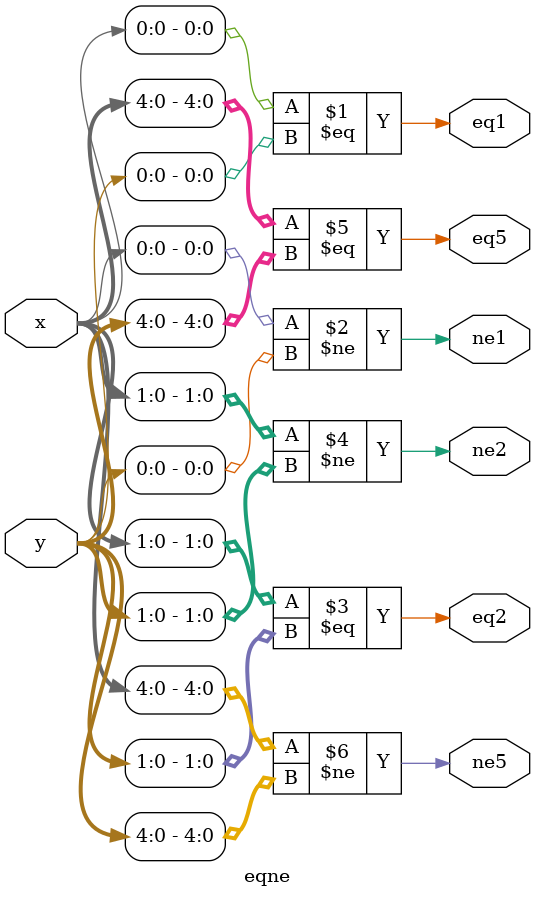
<source format=v>
module eqne(	// file.cleaned.mlir:2:3
  input  [7:0] x,	// file.cleaned.mlir:2:22
               y,	// file.cleaned.mlir:2:34
  output       eq1,	// file.cleaned.mlir:2:47
               ne1,	// file.cleaned.mlir:2:61
               eq2,	// file.cleaned.mlir:2:75
               ne2,	// file.cleaned.mlir:2:89
               eq5,	// file.cleaned.mlir:2:103
               ne5	// file.cleaned.mlir:2:117
);

  assign eq1 = x[0] == y[0];	// file.cleaned.mlir:3:10, :4:10, :5:10, :15:5
  assign ne1 = x[0] != y[0];	// file.cleaned.mlir:3:10, :4:10, :6:10, :15:5
  assign eq2 = x[1:0] == y[1:0];	// file.cleaned.mlir:7:10, :8:10, :9:10, :15:5
  assign ne2 = x[1:0] != y[1:0];	// file.cleaned.mlir:7:10, :8:10, :10:10, :15:5
  assign eq5 = x[4:0] == y[4:0];	// file.cleaned.mlir:11:10, :12:10, :13:11, :15:5
  assign ne5 = x[4:0] != y[4:0];	// file.cleaned.mlir:11:10, :12:10, :14:11, :15:5
endmodule


</source>
